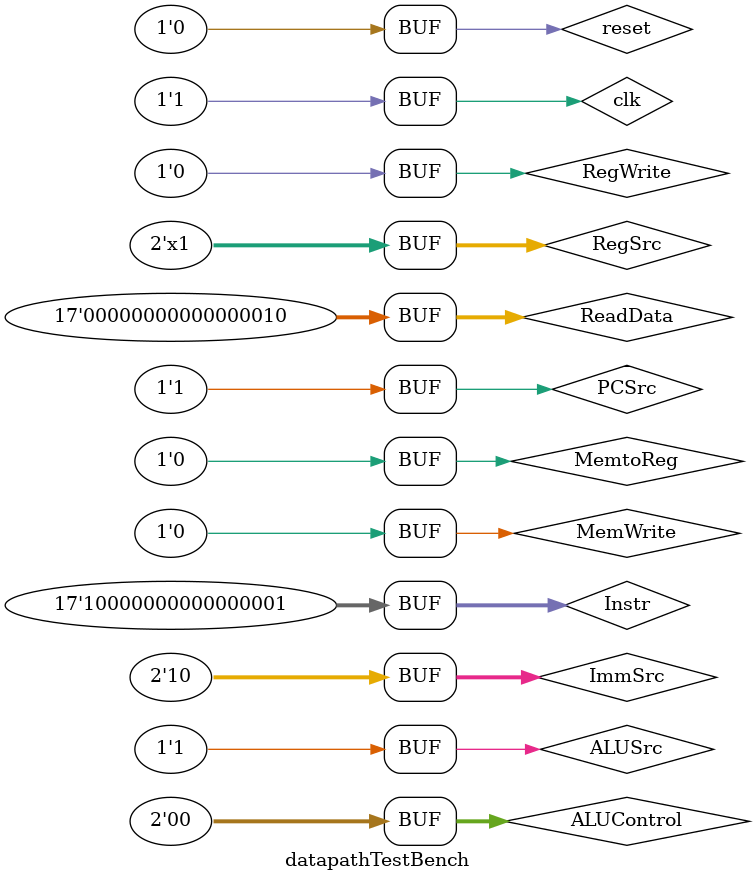
<source format=sv>
module datapathTestBench();
	logic clk, reset;
	
	logic RegWrite, MemWrite; //Enables
	
	logic MemtoReg, PCSrc, ALUSrc; // Selectors
	logic [1:0] RegSrc;				 // Selector
	
	logic [1:0] ImmSrc, ALUControl; //Señales de seleccion
	
	logic [3:0] ALUFlags; //out
	logic [16:0] PC, ALUResult, ReadData, writeData, Instr; //out
	
	// instantiate device to be tested
	datapath dp(clk, reset, RegSrc, RegWrite, ImmSrc, ALUSrc, ALUControl, 
					MemtoReg, PCSrc, Instr, ReadData,
					ALUFlags, PC, ALUResult, writeData);
//	module datapath(input  logic        clk, reset,
//                input  logic [1:0]  RegSrc,
//                input  logic        RegWrite,
//                input  logic [1:0]  ImmSrc,
//                input  logic        ALUSrc,
//                input  logic [1:0]  ALUControl,
//                input  logic        MemtoReg,
//                input  logic        PCSrc,
//					 input  logic [16:0] Instr,
//					 input  logic [16:0] ReadData,
//                output logic [3:0]  ALUFlags,
//                output logic [16:0] PC,
//                output logic [16:0] ALUResult, WriteData
//                );

	// generate clock to sequence tests
	always begin
	clk <= 0; # 5; clk <= 1; #5;
	end
	
	
	initial begin 
		#5; reset = 1; #1; reset = 0; 
		
		/*
		MOVI R14, #0 17'b00_1_00_1110_1110_0000
		
		RegSrc = 2'bx0; RegWrite = 1; ImmSrc =  00; ALUSrc =  1;
		ALUControl = 00; MemWrite = 0; MemtoReg = 0; PCSrc = 0;
		
		
		MOVI R2, #2 17'b00_1_00_1110_0010_0010
		
		RegSrc = 2'bx0; RegWrite = 1; ImmSrc =  00; ALUSrc =  1;
		ALUControl = 00; MemWrite = 0; MemtoReg = 0; PCSrc = 0;

		MOVI R1, #7	17'b00_1_00_1110_0001_0111
		
		RegSrc = 2'bx0; RegWrite = 1; ImmSrc =  00; ALUSrc =  1;
		ALUControl = 00; MemWrite = 0; MemtoReg = 0; PCSrc = 0;

		GEM R2, 0(R1) 17'b01_00_0_0001_0010_0000
		
		RegSrc = 2'b10; RegWrite = 0; ImmSrc =  2'b01; ALUSrc =  1;
		ALUControl = 00; MemWrite = 1; MemtoReg = 1'bx; PCSrc = 0;

		CDM R4, 0(R1) 17'b01_00_1_0001_0100_0000
		
		RegSrc = 2'bx0; RegWrite = 1; ImmSrc =  2'b01; ALUSrc =  1;
		ALUControl = 00; MemWrite = 0; MemtoReg = 1'b1; PCSrc = 0;
		
		*/
		
		//RST R14, R15, R15
		Instr = 17'b00_0_01_1111_1110_1111;
		RegSrc = 2'b00; RegWrite = 1; ImmSrc =  2'bx; ALUSrc =  0;
		ALUControl = 2'b01; MemWrite = 0; MemtoReg = 0; PCSrc = 0;
		#10;	

		//MOVI R14, #0 ;Direccion de memoria
		
		
		Instr = 17'b00_1_00_1110_1110_0000;
		
		RegSrc = 2'bx0; RegWrite = 1; ImmSrc =  00; ALUSrc =  1;
		ALUControl = 00; MemWrite = 0; MemtoReg = 0; PCSrc = 0;
		#10;			
		
		//MOVI R2, #2 
		
		Instr = 17'b00_1_00_1110_0010_0010;
		
		RegSrc = 2'bx0; RegWrite = 1; ImmSrc =  00; ALUSrc =  1;
		ALUControl = 00; MemWrite = 0; MemtoReg = 0; PCSrc = 0;
		#10
		
		//MOVI R1, #7 ;Direccion de memoria
		
		Instr = 17'b00_1_00_1110_0001_0111;
		
		RegSrc = 2'bx0; RegWrite = 1; ImmSrc =  00; ALUSrc =  1;
		ALUControl = 00; MemWrite = 0; MemtoReg = 0; PCSrc = 0;
		#10;
		
		
		//GEM R2, 0(R1) 
		
		Instr = 17'b01_00_0_0001_0010_0000;
		
		RegSrc = 2'b10; RegWrite = 0; ImmSrc =  2'b01; ALUSrc =  1;
		ALUControl = 00; MemWrite = 1; MemtoReg = 1'bx; PCSrc = 0;
		#10;
		
		//CDM R4, 0(R1)   R1 dir 7: 2
		
		Instr = 17'b01_00_1_0001_0100_0000; ReadData = 17'b00_00_0_0000_0000_0010;
		
		RegSrc = 2'bx0; RegWrite = 1; ImmSrc =  2'b01; ALUSrc =  1;
		ALUControl = 00; MemWrite = 0; MemtoReg = 1'b1; PCSrc = 0;
		#10;
		
		//SUM R5, R4, R2
		Instr = 17'b00_0_00_0100_0101_0010;
		RegSrc = 2'b00; RegWrite = 1; ImmSrc =  2'bx; ALUSrc =  0;
		ALUControl = 2'b00; MemWrite = 0; MemtoReg = 0; PCSrc = 0;
		#10;	
		// SI _branch3
		Instr = 17'b10_0_000_00000000001;
		RegSrc = 2'bx1; RegWrite = 0; ImmSrc =  2'b10; ALUSrc =  1;
		ALUControl = 2'b00; MemWrite = 0; MemtoReg = 0; PCSrc = 1;
		#10;
		end
endmodule
</source>
